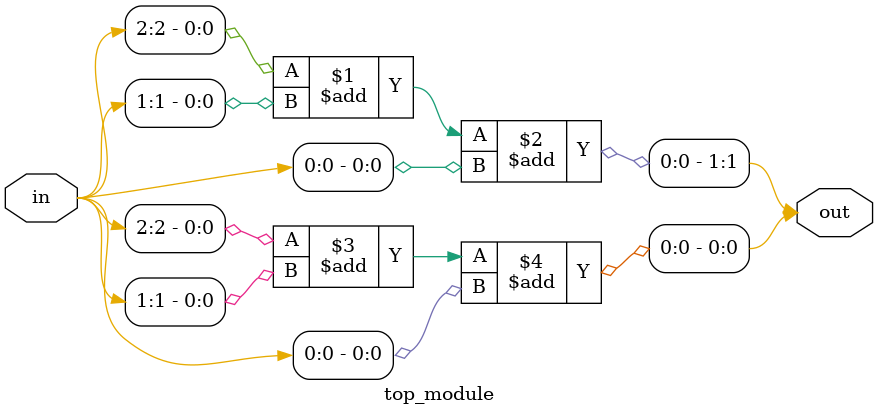
<source format=sv>
module top_module (
    input [2:0] in,
    output [1:0] out
);

    assign out[1] = in[2] + in[1] + in[0];
    assign out[0] = in[2] + in[1] + in[0];

endmodule

</source>
